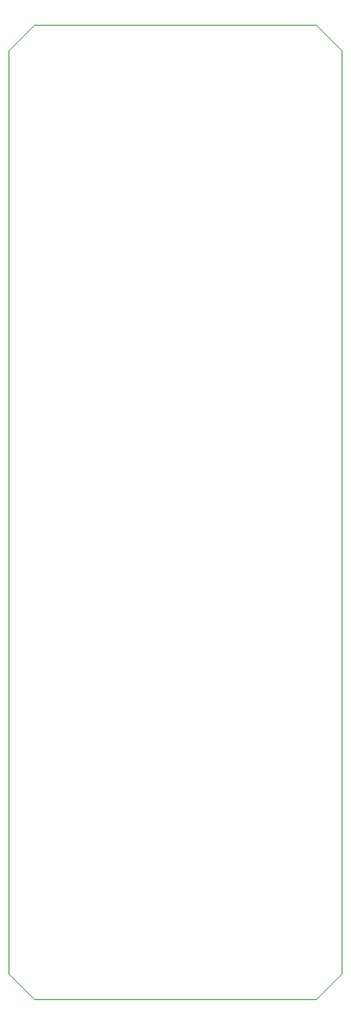
<source format=gbr>
G04 #@! TF.GenerationSoftware,KiCad,Pcbnew,5.0.2-bee76a0~70~ubuntu18.04.1*
G04 #@! TF.CreationDate,2019-07-23T10:58:26+02:00*
G04 #@! TF.ProjectId,breadboard,62726561-6462-46f6-9172-642e6b696361,rev?*
G04 #@! TF.SameCoordinates,Original*
G04 #@! TF.FileFunction,Profile,NP*
%FSLAX46Y46*%
G04 Gerber Fmt 4.6, Leading zero omitted, Abs format (unit mm)*
G04 Created by KiCad (PCBNEW 5.0.2-bee76a0~70~ubuntu18.04.1) date mar. 23 juil. 2019 10:58:26 CEST*
%MOMM*%
%LPD*%
G01*
G04 APERTURE LIST*
%ADD10C,0.100000*%
G04 APERTURE END LIST*
D10*
X78740000Y-71120000D02*
X78740000Y-162560000D01*
X76200000Y-68580000D02*
X78740000Y-71120000D01*
X48260000Y-68580000D02*
X76200000Y-68580000D01*
X45720000Y-71120000D02*
X48260000Y-68580000D01*
X45720000Y-162560000D02*
X45720000Y-71120000D01*
X48260000Y-165100000D02*
X45720000Y-162560000D01*
X76200000Y-165100000D02*
X48260000Y-165100000D01*
X78740000Y-162560000D02*
X76200000Y-165100000D01*
M02*

</source>
